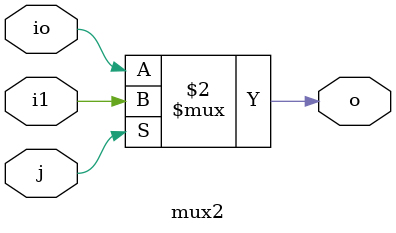
<source format=v>
module mux2(input wire io,i1,input wire j,output wire o);
assign o=(j==0)?io:i1;
endmodule

</source>
